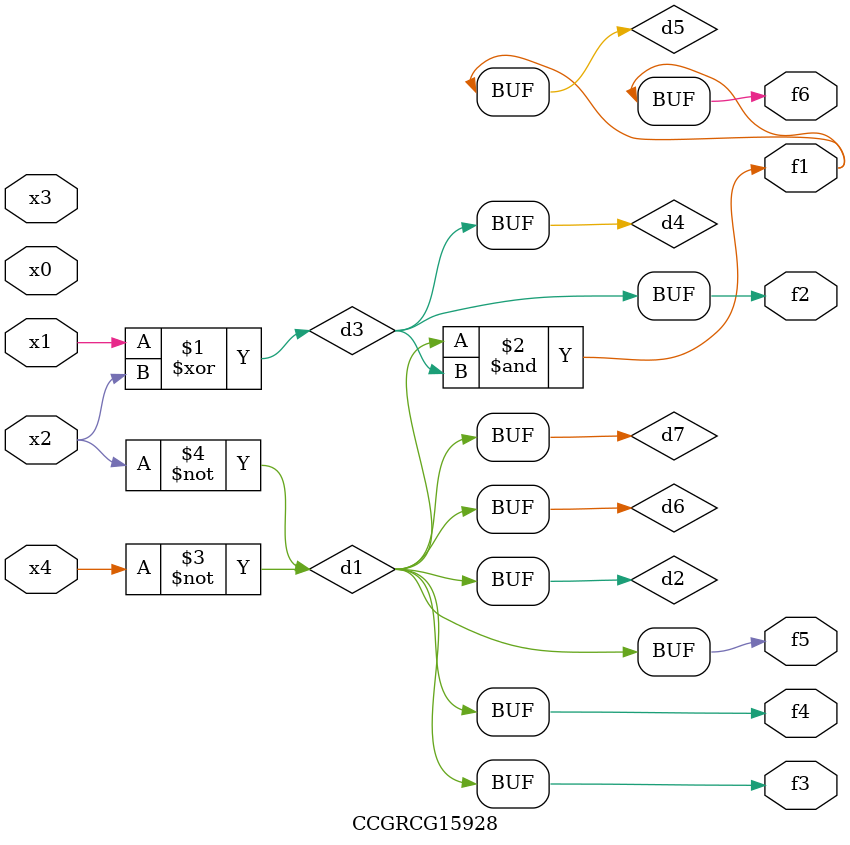
<source format=v>
module CCGRCG15928(
	input x0, x1, x2, x3, x4,
	output f1, f2, f3, f4, f5, f6
);

	wire d1, d2, d3, d4, d5, d6, d7;

	not (d1, x4);
	not (d2, x2);
	xor (d3, x1, x2);
	buf (d4, d3);
	and (d5, d1, d3);
	buf (d6, d1, d2);
	buf (d7, d2);
	assign f1 = d5;
	assign f2 = d4;
	assign f3 = d7;
	assign f4 = d7;
	assign f5 = d7;
	assign f6 = d5;
endmodule

</source>
